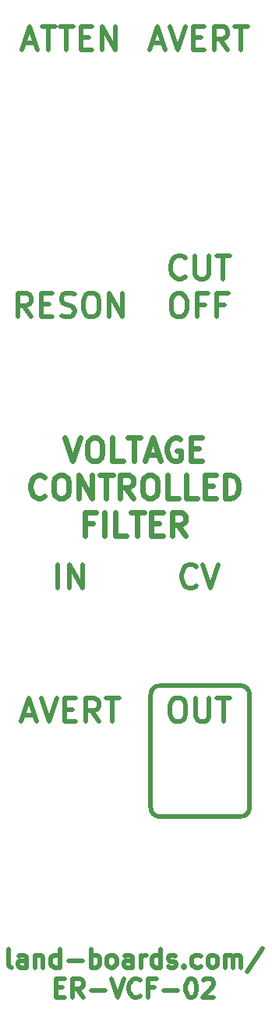
<source format=gto>
%TF.GenerationSoftware,KiCad,Pcbnew,(7.0.0)*%
%TF.CreationDate,2023-02-15T08:30:01-05:00*%
%TF.ProjectId,ER-VCF-02-PANEL,45522d56-4346-42d3-9032-2d50414e454c,1*%
%TF.SameCoordinates,Original*%
%TF.FileFunction,Legend,Top*%
%TF.FilePolarity,Positive*%
%FSLAX46Y46*%
G04 Gerber Fmt 4.6, Leading zero omitted, Abs format (unit mm)*
G04 Created by KiCad (PCBNEW (7.0.0)) date 2023-02-15 08:30:01*
%MOMM*%
%LPD*%
G01*
G04 APERTURE LIST*
%ADD10C,0.625000*%
%ADD11C,0.500000*%
%ADD12C,0.508000*%
G04 APERTURE END LIST*
D10*
X64940476Y-59118452D02*
X65773809Y-61618452D01*
X65773809Y-61618452D02*
X66607142Y-59118452D01*
X67916666Y-59118452D02*
X68392857Y-59118452D01*
X68392857Y-59118452D02*
X68630952Y-59237500D01*
X68630952Y-59237500D02*
X68869047Y-59475595D01*
X68869047Y-59475595D02*
X68988095Y-59951785D01*
X68988095Y-59951785D02*
X68988095Y-60785119D01*
X68988095Y-60785119D02*
X68869047Y-61261309D01*
X68869047Y-61261309D02*
X68630952Y-61499404D01*
X68630952Y-61499404D02*
X68392857Y-61618452D01*
X68392857Y-61618452D02*
X67916666Y-61618452D01*
X67916666Y-61618452D02*
X67678571Y-61499404D01*
X67678571Y-61499404D02*
X67440476Y-61261309D01*
X67440476Y-61261309D02*
X67321428Y-60785119D01*
X67321428Y-60785119D02*
X67321428Y-59951785D01*
X67321428Y-59951785D02*
X67440476Y-59475595D01*
X67440476Y-59475595D02*
X67678571Y-59237500D01*
X67678571Y-59237500D02*
X67916666Y-59118452D01*
X71250000Y-61618452D02*
X70059524Y-61618452D01*
X70059524Y-61618452D02*
X70059524Y-59118452D01*
X71726191Y-59118452D02*
X73154762Y-59118452D01*
X72440476Y-61618452D02*
X72440476Y-59118452D01*
X73869048Y-60904166D02*
X75059524Y-60904166D01*
X73630953Y-61618452D02*
X74464286Y-59118452D01*
X74464286Y-59118452D02*
X75297619Y-61618452D01*
X77440476Y-59237500D02*
X77202381Y-59118452D01*
X77202381Y-59118452D02*
X76845238Y-59118452D01*
X76845238Y-59118452D02*
X76488095Y-59237500D01*
X76488095Y-59237500D02*
X76250000Y-59475595D01*
X76250000Y-59475595D02*
X76130953Y-59713690D01*
X76130953Y-59713690D02*
X76011905Y-60189880D01*
X76011905Y-60189880D02*
X76011905Y-60547023D01*
X76011905Y-60547023D02*
X76130953Y-61023214D01*
X76130953Y-61023214D02*
X76250000Y-61261309D01*
X76250000Y-61261309D02*
X76488095Y-61499404D01*
X76488095Y-61499404D02*
X76845238Y-61618452D01*
X76845238Y-61618452D02*
X77083334Y-61618452D01*
X77083334Y-61618452D02*
X77440476Y-61499404D01*
X77440476Y-61499404D02*
X77559524Y-61380357D01*
X77559524Y-61380357D02*
X77559524Y-60547023D01*
X77559524Y-60547023D02*
X77083334Y-60547023D01*
X78630953Y-60308928D02*
X79464286Y-60308928D01*
X79821429Y-61618452D02*
X78630953Y-61618452D01*
X78630953Y-61618452D02*
X78630953Y-59118452D01*
X78630953Y-59118452D02*
X79821429Y-59118452D01*
X62738094Y-65430357D02*
X62619046Y-65549404D01*
X62619046Y-65549404D02*
X62261904Y-65668452D01*
X62261904Y-65668452D02*
X62023808Y-65668452D01*
X62023808Y-65668452D02*
X61666665Y-65549404D01*
X61666665Y-65549404D02*
X61428570Y-65311309D01*
X61428570Y-65311309D02*
X61309523Y-65073214D01*
X61309523Y-65073214D02*
X61190475Y-64597023D01*
X61190475Y-64597023D02*
X61190475Y-64239880D01*
X61190475Y-64239880D02*
X61309523Y-63763690D01*
X61309523Y-63763690D02*
X61428570Y-63525595D01*
X61428570Y-63525595D02*
X61666665Y-63287500D01*
X61666665Y-63287500D02*
X62023808Y-63168452D01*
X62023808Y-63168452D02*
X62261904Y-63168452D01*
X62261904Y-63168452D02*
X62619046Y-63287500D01*
X62619046Y-63287500D02*
X62738094Y-63406547D01*
X64285713Y-63168452D02*
X64761904Y-63168452D01*
X64761904Y-63168452D02*
X64999999Y-63287500D01*
X64999999Y-63287500D02*
X65238094Y-63525595D01*
X65238094Y-63525595D02*
X65357142Y-64001785D01*
X65357142Y-64001785D02*
X65357142Y-64835119D01*
X65357142Y-64835119D02*
X65238094Y-65311309D01*
X65238094Y-65311309D02*
X64999999Y-65549404D01*
X64999999Y-65549404D02*
X64761904Y-65668452D01*
X64761904Y-65668452D02*
X64285713Y-65668452D01*
X64285713Y-65668452D02*
X64047618Y-65549404D01*
X64047618Y-65549404D02*
X63809523Y-65311309D01*
X63809523Y-65311309D02*
X63690475Y-64835119D01*
X63690475Y-64835119D02*
X63690475Y-64001785D01*
X63690475Y-64001785D02*
X63809523Y-63525595D01*
X63809523Y-63525595D02*
X64047618Y-63287500D01*
X64047618Y-63287500D02*
X64285713Y-63168452D01*
X66428571Y-65668452D02*
X66428571Y-63168452D01*
X66428571Y-63168452D02*
X67857142Y-65668452D01*
X67857142Y-65668452D02*
X67857142Y-63168452D01*
X68690476Y-63168452D02*
X70119047Y-63168452D01*
X69404761Y-65668452D02*
X69404761Y-63168452D01*
X72380952Y-65668452D02*
X71547619Y-64477976D01*
X70952381Y-65668452D02*
X70952381Y-63168452D01*
X70952381Y-63168452D02*
X71904762Y-63168452D01*
X71904762Y-63168452D02*
X72142857Y-63287500D01*
X72142857Y-63287500D02*
X72261904Y-63406547D01*
X72261904Y-63406547D02*
X72380952Y-63644642D01*
X72380952Y-63644642D02*
X72380952Y-64001785D01*
X72380952Y-64001785D02*
X72261904Y-64239880D01*
X72261904Y-64239880D02*
X72142857Y-64358928D01*
X72142857Y-64358928D02*
X71904762Y-64477976D01*
X71904762Y-64477976D02*
X70952381Y-64477976D01*
X73928571Y-63168452D02*
X74404762Y-63168452D01*
X74404762Y-63168452D02*
X74642857Y-63287500D01*
X74642857Y-63287500D02*
X74880952Y-63525595D01*
X74880952Y-63525595D02*
X75000000Y-64001785D01*
X75000000Y-64001785D02*
X75000000Y-64835119D01*
X75000000Y-64835119D02*
X74880952Y-65311309D01*
X74880952Y-65311309D02*
X74642857Y-65549404D01*
X74642857Y-65549404D02*
X74404762Y-65668452D01*
X74404762Y-65668452D02*
X73928571Y-65668452D01*
X73928571Y-65668452D02*
X73690476Y-65549404D01*
X73690476Y-65549404D02*
X73452381Y-65311309D01*
X73452381Y-65311309D02*
X73333333Y-64835119D01*
X73333333Y-64835119D02*
X73333333Y-64001785D01*
X73333333Y-64001785D02*
X73452381Y-63525595D01*
X73452381Y-63525595D02*
X73690476Y-63287500D01*
X73690476Y-63287500D02*
X73928571Y-63168452D01*
X77261905Y-65668452D02*
X76071429Y-65668452D01*
X76071429Y-65668452D02*
X76071429Y-63168452D01*
X79285715Y-65668452D02*
X78095239Y-65668452D01*
X78095239Y-65668452D02*
X78095239Y-63168452D01*
X80119049Y-64358928D02*
X80952382Y-64358928D01*
X81309525Y-65668452D02*
X80119049Y-65668452D01*
X80119049Y-65668452D02*
X80119049Y-63168452D01*
X80119049Y-63168452D02*
X81309525Y-63168452D01*
X82380954Y-65668452D02*
X82380954Y-63168452D01*
X82380954Y-63168452D02*
X82976192Y-63168452D01*
X82976192Y-63168452D02*
X83333335Y-63287500D01*
X83333335Y-63287500D02*
X83571430Y-63525595D01*
X83571430Y-63525595D02*
X83690477Y-63763690D01*
X83690477Y-63763690D02*
X83809525Y-64239880D01*
X83809525Y-64239880D02*
X83809525Y-64597023D01*
X83809525Y-64597023D02*
X83690477Y-65073214D01*
X83690477Y-65073214D02*
X83571430Y-65311309D01*
X83571430Y-65311309D02*
X83333335Y-65549404D01*
X83333335Y-65549404D02*
X82976192Y-65668452D01*
X82976192Y-65668452D02*
X82380954Y-65668452D01*
X67916666Y-68408928D02*
X67083333Y-68408928D01*
X67083333Y-69718452D02*
X67083333Y-67218452D01*
X67083333Y-67218452D02*
X68273809Y-67218452D01*
X69226190Y-69718452D02*
X69226190Y-67218452D01*
X71607142Y-69718452D02*
X70416666Y-69718452D01*
X70416666Y-69718452D02*
X70416666Y-67218452D01*
X72083333Y-67218452D02*
X73511904Y-67218452D01*
X72797618Y-69718452D02*
X72797618Y-67218452D01*
X74345238Y-68408928D02*
X75178571Y-68408928D01*
X75535714Y-69718452D02*
X74345238Y-69718452D01*
X74345238Y-69718452D02*
X74345238Y-67218452D01*
X74345238Y-67218452D02*
X75535714Y-67218452D01*
X78035714Y-69718452D02*
X77202381Y-68527976D01*
X76607143Y-69718452D02*
X76607143Y-67218452D01*
X76607143Y-67218452D02*
X77559524Y-67218452D01*
X77559524Y-67218452D02*
X77797619Y-67337500D01*
X77797619Y-67337500D02*
X77916666Y-67456547D01*
X77916666Y-67456547D02*
X78035714Y-67694642D01*
X78035714Y-67694642D02*
X78035714Y-68051785D01*
X78035714Y-68051785D02*
X77916666Y-68289880D01*
X77916666Y-68289880D02*
X77797619Y-68408928D01*
X77797619Y-68408928D02*
X77559524Y-68527976D01*
X77559524Y-68527976D02*
X76607143Y-68527976D01*
D11*
X74250000Y-87000000D02*
X74250000Y-99250000D01*
X84000000Y-86000000D02*
X75250000Y-86000000D01*
X85000000Y-99250000D02*
X85000000Y-87000000D01*
X75250000Y-100250000D02*
X84000000Y-100250000D01*
X74250000Y-99250000D02*
G75*
G03*
X75250000Y-100250000I1000000J0D01*
G01*
X84000000Y-100250000D02*
G75*
G03*
X85000000Y-99250000I0J1000000D01*
G01*
X85000000Y-87000000D02*
G75*
G03*
X84000000Y-86000000I-1000000J0D01*
G01*
X75250000Y-86000000D02*
G75*
G03*
X74250000Y-87000000I0J-1000000D01*
G01*
D12*
X74395988Y-16273433D02*
X75605512Y-16273433D01*
X74154083Y-16999147D02*
X75000750Y-14459147D01*
X75000750Y-14459147D02*
X75847417Y-16999147D01*
X76331226Y-14459147D02*
X77177893Y-16999147D01*
X77177893Y-16999147D02*
X78024560Y-14459147D01*
X78871226Y-15668671D02*
X79717893Y-15668671D01*
X80080750Y-16999147D02*
X78871226Y-16999147D01*
X78871226Y-16999147D02*
X78871226Y-14459147D01*
X78871226Y-14459147D02*
X80080750Y-14459147D01*
X82620750Y-16999147D02*
X81774083Y-15789623D01*
X81169321Y-16999147D02*
X81169321Y-14459147D01*
X81169321Y-14459147D02*
X82136940Y-14459147D01*
X82136940Y-14459147D02*
X82378845Y-14580100D01*
X82378845Y-14580100D02*
X82499798Y-14701052D01*
X82499798Y-14701052D02*
X82620750Y-14942957D01*
X82620750Y-14942957D02*
X82620750Y-15305814D01*
X82620750Y-15305814D02*
X82499798Y-15547719D01*
X82499798Y-15547719D02*
X82378845Y-15668671D01*
X82378845Y-15668671D02*
X82136940Y-15789623D01*
X82136940Y-15789623D02*
X81169321Y-15789623D01*
X83346464Y-14459147D02*
X84797893Y-14459147D01*
X84072179Y-16999147D02*
X84072179Y-14459147D01*
D11*
X59119046Y-116614761D02*
X58928570Y-116519523D01*
X58928570Y-116519523D02*
X58833332Y-116329047D01*
X58833332Y-116329047D02*
X58833332Y-114614761D01*
X60738094Y-116614761D02*
X60738094Y-115567142D01*
X60738094Y-115567142D02*
X60642856Y-115376666D01*
X60642856Y-115376666D02*
X60452380Y-115281428D01*
X60452380Y-115281428D02*
X60071427Y-115281428D01*
X60071427Y-115281428D02*
X59880951Y-115376666D01*
X60738094Y-116519523D02*
X60547618Y-116614761D01*
X60547618Y-116614761D02*
X60071427Y-116614761D01*
X60071427Y-116614761D02*
X59880951Y-116519523D01*
X59880951Y-116519523D02*
X59785713Y-116329047D01*
X59785713Y-116329047D02*
X59785713Y-116138571D01*
X59785713Y-116138571D02*
X59880951Y-115948095D01*
X59880951Y-115948095D02*
X60071427Y-115852857D01*
X60071427Y-115852857D02*
X60547618Y-115852857D01*
X60547618Y-115852857D02*
X60738094Y-115757619D01*
X61690475Y-115281428D02*
X61690475Y-116614761D01*
X61690475Y-115471904D02*
X61785713Y-115376666D01*
X61785713Y-115376666D02*
X61976189Y-115281428D01*
X61976189Y-115281428D02*
X62261904Y-115281428D01*
X62261904Y-115281428D02*
X62452380Y-115376666D01*
X62452380Y-115376666D02*
X62547618Y-115567142D01*
X62547618Y-115567142D02*
X62547618Y-116614761D01*
X64357142Y-116614761D02*
X64357142Y-114614761D01*
X64357142Y-116519523D02*
X64166666Y-116614761D01*
X64166666Y-116614761D02*
X63785713Y-116614761D01*
X63785713Y-116614761D02*
X63595237Y-116519523D01*
X63595237Y-116519523D02*
X63499999Y-116424285D01*
X63499999Y-116424285D02*
X63404761Y-116233809D01*
X63404761Y-116233809D02*
X63404761Y-115662380D01*
X63404761Y-115662380D02*
X63499999Y-115471904D01*
X63499999Y-115471904D02*
X63595237Y-115376666D01*
X63595237Y-115376666D02*
X63785713Y-115281428D01*
X63785713Y-115281428D02*
X64166666Y-115281428D01*
X64166666Y-115281428D02*
X64357142Y-115376666D01*
X65309523Y-115852857D02*
X66833333Y-115852857D01*
X67785713Y-116614761D02*
X67785713Y-114614761D01*
X67785713Y-115376666D02*
X67976189Y-115281428D01*
X67976189Y-115281428D02*
X68357142Y-115281428D01*
X68357142Y-115281428D02*
X68547618Y-115376666D01*
X68547618Y-115376666D02*
X68642856Y-115471904D01*
X68642856Y-115471904D02*
X68738094Y-115662380D01*
X68738094Y-115662380D02*
X68738094Y-116233809D01*
X68738094Y-116233809D02*
X68642856Y-116424285D01*
X68642856Y-116424285D02*
X68547618Y-116519523D01*
X68547618Y-116519523D02*
X68357142Y-116614761D01*
X68357142Y-116614761D02*
X67976189Y-116614761D01*
X67976189Y-116614761D02*
X67785713Y-116519523D01*
X69880951Y-116614761D02*
X69690475Y-116519523D01*
X69690475Y-116519523D02*
X69595237Y-116424285D01*
X69595237Y-116424285D02*
X69499999Y-116233809D01*
X69499999Y-116233809D02*
X69499999Y-115662380D01*
X69499999Y-115662380D02*
X69595237Y-115471904D01*
X69595237Y-115471904D02*
X69690475Y-115376666D01*
X69690475Y-115376666D02*
X69880951Y-115281428D01*
X69880951Y-115281428D02*
X70166666Y-115281428D01*
X70166666Y-115281428D02*
X70357142Y-115376666D01*
X70357142Y-115376666D02*
X70452380Y-115471904D01*
X70452380Y-115471904D02*
X70547618Y-115662380D01*
X70547618Y-115662380D02*
X70547618Y-116233809D01*
X70547618Y-116233809D02*
X70452380Y-116424285D01*
X70452380Y-116424285D02*
X70357142Y-116519523D01*
X70357142Y-116519523D02*
X70166666Y-116614761D01*
X70166666Y-116614761D02*
X69880951Y-116614761D01*
X72261904Y-116614761D02*
X72261904Y-115567142D01*
X72261904Y-115567142D02*
X72166666Y-115376666D01*
X72166666Y-115376666D02*
X71976190Y-115281428D01*
X71976190Y-115281428D02*
X71595237Y-115281428D01*
X71595237Y-115281428D02*
X71404761Y-115376666D01*
X72261904Y-116519523D02*
X72071428Y-116614761D01*
X72071428Y-116614761D02*
X71595237Y-116614761D01*
X71595237Y-116614761D02*
X71404761Y-116519523D01*
X71404761Y-116519523D02*
X71309523Y-116329047D01*
X71309523Y-116329047D02*
X71309523Y-116138571D01*
X71309523Y-116138571D02*
X71404761Y-115948095D01*
X71404761Y-115948095D02*
X71595237Y-115852857D01*
X71595237Y-115852857D02*
X72071428Y-115852857D01*
X72071428Y-115852857D02*
X72261904Y-115757619D01*
X73214285Y-116614761D02*
X73214285Y-115281428D01*
X73214285Y-115662380D02*
X73309523Y-115471904D01*
X73309523Y-115471904D02*
X73404761Y-115376666D01*
X73404761Y-115376666D02*
X73595237Y-115281428D01*
X73595237Y-115281428D02*
X73785714Y-115281428D01*
X75309523Y-116614761D02*
X75309523Y-114614761D01*
X75309523Y-116519523D02*
X75119047Y-116614761D01*
X75119047Y-116614761D02*
X74738094Y-116614761D01*
X74738094Y-116614761D02*
X74547618Y-116519523D01*
X74547618Y-116519523D02*
X74452380Y-116424285D01*
X74452380Y-116424285D02*
X74357142Y-116233809D01*
X74357142Y-116233809D02*
X74357142Y-115662380D01*
X74357142Y-115662380D02*
X74452380Y-115471904D01*
X74452380Y-115471904D02*
X74547618Y-115376666D01*
X74547618Y-115376666D02*
X74738094Y-115281428D01*
X74738094Y-115281428D02*
X75119047Y-115281428D01*
X75119047Y-115281428D02*
X75309523Y-115376666D01*
X76166666Y-116519523D02*
X76357142Y-116614761D01*
X76357142Y-116614761D02*
X76738094Y-116614761D01*
X76738094Y-116614761D02*
X76928571Y-116519523D01*
X76928571Y-116519523D02*
X77023809Y-116329047D01*
X77023809Y-116329047D02*
X77023809Y-116233809D01*
X77023809Y-116233809D02*
X76928571Y-116043333D01*
X76928571Y-116043333D02*
X76738094Y-115948095D01*
X76738094Y-115948095D02*
X76452380Y-115948095D01*
X76452380Y-115948095D02*
X76261904Y-115852857D01*
X76261904Y-115852857D02*
X76166666Y-115662380D01*
X76166666Y-115662380D02*
X76166666Y-115567142D01*
X76166666Y-115567142D02*
X76261904Y-115376666D01*
X76261904Y-115376666D02*
X76452380Y-115281428D01*
X76452380Y-115281428D02*
X76738094Y-115281428D01*
X76738094Y-115281428D02*
X76928571Y-115376666D01*
X77880952Y-116424285D02*
X77976190Y-116519523D01*
X77976190Y-116519523D02*
X77880952Y-116614761D01*
X77880952Y-116614761D02*
X77785714Y-116519523D01*
X77785714Y-116519523D02*
X77880952Y-116424285D01*
X77880952Y-116424285D02*
X77880952Y-116614761D01*
X79690476Y-116519523D02*
X79500000Y-116614761D01*
X79500000Y-116614761D02*
X79119047Y-116614761D01*
X79119047Y-116614761D02*
X78928571Y-116519523D01*
X78928571Y-116519523D02*
X78833333Y-116424285D01*
X78833333Y-116424285D02*
X78738095Y-116233809D01*
X78738095Y-116233809D02*
X78738095Y-115662380D01*
X78738095Y-115662380D02*
X78833333Y-115471904D01*
X78833333Y-115471904D02*
X78928571Y-115376666D01*
X78928571Y-115376666D02*
X79119047Y-115281428D01*
X79119047Y-115281428D02*
X79500000Y-115281428D01*
X79500000Y-115281428D02*
X79690476Y-115376666D01*
X80833333Y-116614761D02*
X80642857Y-116519523D01*
X80642857Y-116519523D02*
X80547619Y-116424285D01*
X80547619Y-116424285D02*
X80452381Y-116233809D01*
X80452381Y-116233809D02*
X80452381Y-115662380D01*
X80452381Y-115662380D02*
X80547619Y-115471904D01*
X80547619Y-115471904D02*
X80642857Y-115376666D01*
X80642857Y-115376666D02*
X80833333Y-115281428D01*
X80833333Y-115281428D02*
X81119048Y-115281428D01*
X81119048Y-115281428D02*
X81309524Y-115376666D01*
X81309524Y-115376666D02*
X81404762Y-115471904D01*
X81404762Y-115471904D02*
X81500000Y-115662380D01*
X81500000Y-115662380D02*
X81500000Y-116233809D01*
X81500000Y-116233809D02*
X81404762Y-116424285D01*
X81404762Y-116424285D02*
X81309524Y-116519523D01*
X81309524Y-116519523D02*
X81119048Y-116614761D01*
X81119048Y-116614761D02*
X80833333Y-116614761D01*
X82357143Y-116614761D02*
X82357143Y-115281428D01*
X82357143Y-115471904D02*
X82452381Y-115376666D01*
X82452381Y-115376666D02*
X82642857Y-115281428D01*
X82642857Y-115281428D02*
X82928572Y-115281428D01*
X82928572Y-115281428D02*
X83119048Y-115376666D01*
X83119048Y-115376666D02*
X83214286Y-115567142D01*
X83214286Y-115567142D02*
X83214286Y-116614761D01*
X83214286Y-115567142D02*
X83309524Y-115376666D01*
X83309524Y-115376666D02*
X83500000Y-115281428D01*
X83500000Y-115281428D02*
X83785714Y-115281428D01*
X83785714Y-115281428D02*
X83976191Y-115376666D01*
X83976191Y-115376666D02*
X84071429Y-115567142D01*
X84071429Y-115567142D02*
X84071429Y-116614761D01*
X86452381Y-114519523D02*
X84738096Y-117090952D01*
X63976190Y-118807142D02*
X64642857Y-118807142D01*
X64928571Y-119854761D02*
X63976190Y-119854761D01*
X63976190Y-119854761D02*
X63976190Y-117854761D01*
X63976190Y-117854761D02*
X64928571Y-117854761D01*
X66928571Y-119854761D02*
X66261904Y-118902380D01*
X65785714Y-119854761D02*
X65785714Y-117854761D01*
X65785714Y-117854761D02*
X66547619Y-117854761D01*
X66547619Y-117854761D02*
X66738095Y-117950000D01*
X66738095Y-117950000D02*
X66833333Y-118045238D01*
X66833333Y-118045238D02*
X66928571Y-118235714D01*
X66928571Y-118235714D02*
X66928571Y-118521428D01*
X66928571Y-118521428D02*
X66833333Y-118711904D01*
X66833333Y-118711904D02*
X66738095Y-118807142D01*
X66738095Y-118807142D02*
X66547619Y-118902380D01*
X66547619Y-118902380D02*
X65785714Y-118902380D01*
X67785714Y-119092857D02*
X69309524Y-119092857D01*
X69976190Y-117854761D02*
X70642856Y-119854761D01*
X70642856Y-119854761D02*
X71309523Y-117854761D01*
X73119047Y-119664285D02*
X73023809Y-119759523D01*
X73023809Y-119759523D02*
X72738095Y-119854761D01*
X72738095Y-119854761D02*
X72547619Y-119854761D01*
X72547619Y-119854761D02*
X72261904Y-119759523D01*
X72261904Y-119759523D02*
X72071428Y-119569047D01*
X72071428Y-119569047D02*
X71976190Y-119378571D01*
X71976190Y-119378571D02*
X71880952Y-118997619D01*
X71880952Y-118997619D02*
X71880952Y-118711904D01*
X71880952Y-118711904D02*
X71976190Y-118330952D01*
X71976190Y-118330952D02*
X72071428Y-118140476D01*
X72071428Y-118140476D02*
X72261904Y-117950000D01*
X72261904Y-117950000D02*
X72547619Y-117854761D01*
X72547619Y-117854761D02*
X72738095Y-117854761D01*
X72738095Y-117854761D02*
X73023809Y-117950000D01*
X73023809Y-117950000D02*
X73119047Y-118045238D01*
X74642857Y-118807142D02*
X73976190Y-118807142D01*
X73976190Y-119854761D02*
X73976190Y-117854761D01*
X73976190Y-117854761D02*
X74928571Y-117854761D01*
X75690476Y-119092857D02*
X77214286Y-119092857D01*
X78547618Y-117854761D02*
X78738095Y-117854761D01*
X78738095Y-117854761D02*
X78928571Y-117950000D01*
X78928571Y-117950000D02*
X79023809Y-118045238D01*
X79023809Y-118045238D02*
X79119047Y-118235714D01*
X79119047Y-118235714D02*
X79214285Y-118616666D01*
X79214285Y-118616666D02*
X79214285Y-119092857D01*
X79214285Y-119092857D02*
X79119047Y-119473809D01*
X79119047Y-119473809D02*
X79023809Y-119664285D01*
X79023809Y-119664285D02*
X78928571Y-119759523D01*
X78928571Y-119759523D02*
X78738095Y-119854761D01*
X78738095Y-119854761D02*
X78547618Y-119854761D01*
X78547618Y-119854761D02*
X78357142Y-119759523D01*
X78357142Y-119759523D02*
X78261904Y-119664285D01*
X78261904Y-119664285D02*
X78166666Y-119473809D01*
X78166666Y-119473809D02*
X78071428Y-119092857D01*
X78071428Y-119092857D02*
X78071428Y-118616666D01*
X78071428Y-118616666D02*
X78166666Y-118235714D01*
X78166666Y-118235714D02*
X78261904Y-118045238D01*
X78261904Y-118045238D02*
X78357142Y-117950000D01*
X78357142Y-117950000D02*
X78547618Y-117854761D01*
X79976190Y-118045238D02*
X80071428Y-117950000D01*
X80071428Y-117950000D02*
X80261904Y-117854761D01*
X80261904Y-117854761D02*
X80738095Y-117854761D01*
X80738095Y-117854761D02*
X80928571Y-117950000D01*
X80928571Y-117950000D02*
X81023809Y-118045238D01*
X81023809Y-118045238D02*
X81119047Y-118235714D01*
X81119047Y-118235714D02*
X81119047Y-118426190D01*
X81119047Y-118426190D02*
X81023809Y-118711904D01*
X81023809Y-118711904D02*
X79880952Y-119854761D01*
X79880952Y-119854761D02*
X81119047Y-119854761D01*
D12*
X60486464Y-16273433D02*
X61695988Y-16273433D01*
X60244559Y-16999147D02*
X61091226Y-14459147D01*
X61091226Y-14459147D02*
X61937893Y-16999147D01*
X62421702Y-14459147D02*
X63873131Y-14459147D01*
X63147417Y-16999147D02*
X63147417Y-14459147D01*
X64356940Y-14459147D02*
X65808369Y-14459147D01*
X65082655Y-16999147D02*
X65082655Y-14459147D01*
X66655035Y-15668671D02*
X67501702Y-15668671D01*
X67864559Y-16999147D02*
X66655035Y-16999147D01*
X66655035Y-16999147D02*
X66655035Y-14459147D01*
X66655035Y-14459147D02*
X67864559Y-14459147D01*
X68953130Y-16999147D02*
X68953130Y-14459147D01*
X68953130Y-14459147D02*
X70404559Y-16999147D01*
X70404559Y-16999147D02*
X70404559Y-14459147D01*
X77988095Y-41633842D02*
X77867143Y-41754795D01*
X77867143Y-41754795D02*
X77504285Y-41875747D01*
X77504285Y-41875747D02*
X77262381Y-41875747D01*
X77262381Y-41875747D02*
X76899524Y-41754795D01*
X76899524Y-41754795D02*
X76657619Y-41512890D01*
X76657619Y-41512890D02*
X76536666Y-41270985D01*
X76536666Y-41270985D02*
X76415714Y-40787176D01*
X76415714Y-40787176D02*
X76415714Y-40424319D01*
X76415714Y-40424319D02*
X76536666Y-39940509D01*
X76536666Y-39940509D02*
X76657619Y-39698604D01*
X76657619Y-39698604D02*
X76899524Y-39456700D01*
X76899524Y-39456700D02*
X77262381Y-39335747D01*
X77262381Y-39335747D02*
X77504285Y-39335747D01*
X77504285Y-39335747D02*
X77867143Y-39456700D01*
X77867143Y-39456700D02*
X77988095Y-39577652D01*
X79076666Y-39335747D02*
X79076666Y-41391938D01*
X79076666Y-41391938D02*
X79197619Y-41633842D01*
X79197619Y-41633842D02*
X79318571Y-41754795D01*
X79318571Y-41754795D02*
X79560476Y-41875747D01*
X79560476Y-41875747D02*
X80044285Y-41875747D01*
X80044285Y-41875747D02*
X80286190Y-41754795D01*
X80286190Y-41754795D02*
X80407143Y-41633842D01*
X80407143Y-41633842D02*
X80528095Y-41391938D01*
X80528095Y-41391938D02*
X80528095Y-39335747D01*
X81374761Y-39335747D02*
X82826190Y-39335747D01*
X82100476Y-41875747D02*
X82100476Y-39335747D01*
X77080952Y-43450547D02*
X77564761Y-43450547D01*
X77564761Y-43450547D02*
X77806666Y-43571500D01*
X77806666Y-43571500D02*
X78048571Y-43813404D01*
X78048571Y-43813404D02*
X78169523Y-44297214D01*
X78169523Y-44297214D02*
X78169523Y-45143880D01*
X78169523Y-45143880D02*
X78048571Y-45627690D01*
X78048571Y-45627690D02*
X77806666Y-45869595D01*
X77806666Y-45869595D02*
X77564761Y-45990547D01*
X77564761Y-45990547D02*
X77080952Y-45990547D01*
X77080952Y-45990547D02*
X76839047Y-45869595D01*
X76839047Y-45869595D02*
X76597142Y-45627690D01*
X76597142Y-45627690D02*
X76476190Y-45143880D01*
X76476190Y-45143880D02*
X76476190Y-44297214D01*
X76476190Y-44297214D02*
X76597142Y-43813404D01*
X76597142Y-43813404D02*
X76839047Y-43571500D01*
X76839047Y-43571500D02*
X77080952Y-43450547D01*
X80104761Y-44660071D02*
X79258094Y-44660071D01*
X79258094Y-45990547D02*
X79258094Y-43450547D01*
X79258094Y-43450547D02*
X80467618Y-43450547D01*
X82281904Y-44660071D02*
X81435237Y-44660071D01*
X81435237Y-45990547D02*
X81435237Y-43450547D01*
X81435237Y-43450547D02*
X82644761Y-43450547D01*
X79197619Y-75177242D02*
X79076667Y-75298195D01*
X79076667Y-75298195D02*
X78713809Y-75419147D01*
X78713809Y-75419147D02*
X78471905Y-75419147D01*
X78471905Y-75419147D02*
X78109048Y-75298195D01*
X78109048Y-75298195D02*
X77867143Y-75056290D01*
X77867143Y-75056290D02*
X77746190Y-74814385D01*
X77746190Y-74814385D02*
X77625238Y-74330576D01*
X77625238Y-74330576D02*
X77625238Y-73967719D01*
X77625238Y-73967719D02*
X77746190Y-73483909D01*
X77746190Y-73483909D02*
X77867143Y-73242004D01*
X77867143Y-73242004D02*
X78109048Y-73000100D01*
X78109048Y-73000100D02*
X78471905Y-72879147D01*
X78471905Y-72879147D02*
X78713809Y-72879147D01*
X78713809Y-72879147D02*
X79076667Y-73000100D01*
X79076667Y-73000100D02*
X79197619Y-73121052D01*
X79923333Y-72879147D02*
X80770000Y-75419147D01*
X80770000Y-75419147D02*
X81616667Y-72879147D01*
X76960000Y-87357147D02*
X77443809Y-87357147D01*
X77443809Y-87357147D02*
X77685714Y-87478100D01*
X77685714Y-87478100D02*
X77927619Y-87720004D01*
X77927619Y-87720004D02*
X78048571Y-88203814D01*
X78048571Y-88203814D02*
X78048571Y-89050480D01*
X78048571Y-89050480D02*
X77927619Y-89534290D01*
X77927619Y-89534290D02*
X77685714Y-89776195D01*
X77685714Y-89776195D02*
X77443809Y-89897147D01*
X77443809Y-89897147D02*
X76960000Y-89897147D01*
X76960000Y-89897147D02*
X76718095Y-89776195D01*
X76718095Y-89776195D02*
X76476190Y-89534290D01*
X76476190Y-89534290D02*
X76355238Y-89050480D01*
X76355238Y-89050480D02*
X76355238Y-88203814D01*
X76355238Y-88203814D02*
X76476190Y-87720004D01*
X76476190Y-87720004D02*
X76718095Y-87478100D01*
X76718095Y-87478100D02*
X76960000Y-87357147D01*
X79137142Y-87357147D02*
X79137142Y-89413338D01*
X79137142Y-89413338D02*
X79258095Y-89655242D01*
X79258095Y-89655242D02*
X79379047Y-89776195D01*
X79379047Y-89776195D02*
X79620952Y-89897147D01*
X79620952Y-89897147D02*
X80104761Y-89897147D01*
X80104761Y-89897147D02*
X80346666Y-89776195D01*
X80346666Y-89776195D02*
X80467619Y-89655242D01*
X80467619Y-89655242D02*
X80588571Y-89413338D01*
X80588571Y-89413338D02*
X80588571Y-87357147D01*
X81435237Y-87357147D02*
X82886666Y-87357147D01*
X82160952Y-89897147D02*
X82160952Y-87357147D01*
X61266667Y-45955147D02*
X60420000Y-44745623D01*
X59815238Y-45955147D02*
X59815238Y-43415147D01*
X59815238Y-43415147D02*
X60782857Y-43415147D01*
X60782857Y-43415147D02*
X61024762Y-43536100D01*
X61024762Y-43536100D02*
X61145715Y-43657052D01*
X61145715Y-43657052D02*
X61266667Y-43898957D01*
X61266667Y-43898957D02*
X61266667Y-44261814D01*
X61266667Y-44261814D02*
X61145715Y-44503719D01*
X61145715Y-44503719D02*
X61024762Y-44624671D01*
X61024762Y-44624671D02*
X60782857Y-44745623D01*
X60782857Y-44745623D02*
X59815238Y-44745623D01*
X62355238Y-44624671D02*
X63201905Y-44624671D01*
X63564762Y-45955147D02*
X62355238Y-45955147D01*
X62355238Y-45955147D02*
X62355238Y-43415147D01*
X62355238Y-43415147D02*
X63564762Y-43415147D01*
X64532381Y-45834195D02*
X64895238Y-45955147D01*
X64895238Y-45955147D02*
X65500000Y-45955147D01*
X65500000Y-45955147D02*
X65741905Y-45834195D01*
X65741905Y-45834195D02*
X65862857Y-45713242D01*
X65862857Y-45713242D02*
X65983810Y-45471338D01*
X65983810Y-45471338D02*
X65983810Y-45229433D01*
X65983810Y-45229433D02*
X65862857Y-44987528D01*
X65862857Y-44987528D02*
X65741905Y-44866576D01*
X65741905Y-44866576D02*
X65500000Y-44745623D01*
X65500000Y-44745623D02*
X65016191Y-44624671D01*
X65016191Y-44624671D02*
X64774286Y-44503719D01*
X64774286Y-44503719D02*
X64653333Y-44382766D01*
X64653333Y-44382766D02*
X64532381Y-44140861D01*
X64532381Y-44140861D02*
X64532381Y-43898957D01*
X64532381Y-43898957D02*
X64653333Y-43657052D01*
X64653333Y-43657052D02*
X64774286Y-43536100D01*
X64774286Y-43536100D02*
X65016191Y-43415147D01*
X65016191Y-43415147D02*
X65620952Y-43415147D01*
X65620952Y-43415147D02*
X65983810Y-43536100D01*
X67556191Y-43415147D02*
X68040000Y-43415147D01*
X68040000Y-43415147D02*
X68281905Y-43536100D01*
X68281905Y-43536100D02*
X68523810Y-43778004D01*
X68523810Y-43778004D02*
X68644762Y-44261814D01*
X68644762Y-44261814D02*
X68644762Y-45108480D01*
X68644762Y-45108480D02*
X68523810Y-45592290D01*
X68523810Y-45592290D02*
X68281905Y-45834195D01*
X68281905Y-45834195D02*
X68040000Y-45955147D01*
X68040000Y-45955147D02*
X67556191Y-45955147D01*
X67556191Y-45955147D02*
X67314286Y-45834195D01*
X67314286Y-45834195D02*
X67072381Y-45592290D01*
X67072381Y-45592290D02*
X66951429Y-45108480D01*
X66951429Y-45108480D02*
X66951429Y-44261814D01*
X66951429Y-44261814D02*
X67072381Y-43778004D01*
X67072381Y-43778004D02*
X67314286Y-43536100D01*
X67314286Y-43536100D02*
X67556191Y-43415147D01*
X69733333Y-45955147D02*
X69733333Y-43415147D01*
X69733333Y-43415147D02*
X71184762Y-45955147D01*
X71184762Y-45955147D02*
X71184762Y-43415147D01*
X60420000Y-89207433D02*
X61629524Y-89207433D01*
X60178095Y-89933147D02*
X61024762Y-87393147D01*
X61024762Y-87393147D02*
X61871429Y-89933147D01*
X62355238Y-87393147D02*
X63201905Y-89933147D01*
X63201905Y-89933147D02*
X64048572Y-87393147D01*
X64895238Y-88602671D02*
X65741905Y-88602671D01*
X66104762Y-89933147D02*
X64895238Y-89933147D01*
X64895238Y-89933147D02*
X64895238Y-87393147D01*
X64895238Y-87393147D02*
X66104762Y-87393147D01*
X68644762Y-89933147D02*
X67798095Y-88723623D01*
X67193333Y-89933147D02*
X67193333Y-87393147D01*
X67193333Y-87393147D02*
X68160952Y-87393147D01*
X68160952Y-87393147D02*
X68402857Y-87514100D01*
X68402857Y-87514100D02*
X68523810Y-87635052D01*
X68523810Y-87635052D02*
X68644762Y-87876957D01*
X68644762Y-87876957D02*
X68644762Y-88239814D01*
X68644762Y-88239814D02*
X68523810Y-88481719D01*
X68523810Y-88481719D02*
X68402857Y-88602671D01*
X68402857Y-88602671D02*
X68160952Y-88723623D01*
X68160952Y-88723623D02*
X67193333Y-88723623D01*
X69370476Y-87393147D02*
X70821905Y-87393147D01*
X70096191Y-89933147D02*
X70096191Y-87393147D01*
X64169523Y-75419147D02*
X64169523Y-72879147D01*
X65379047Y-75419147D02*
X65379047Y-72879147D01*
X65379047Y-72879147D02*
X66830476Y-75419147D01*
X66830476Y-75419147D02*
X66830476Y-72879147D01*
M02*

</source>
